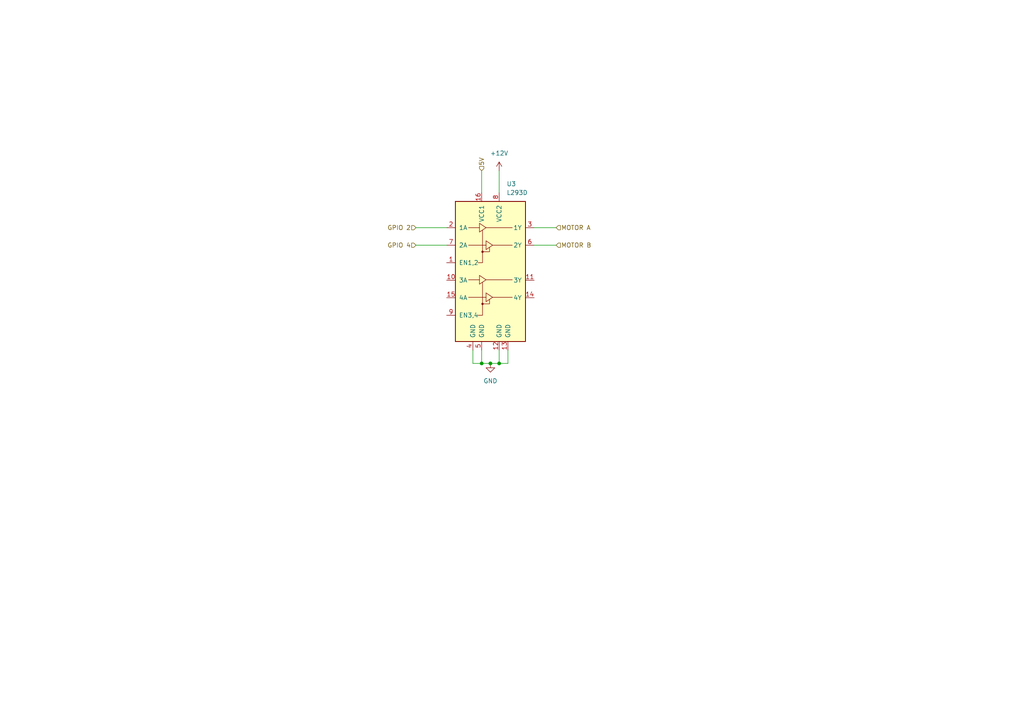
<source format=kicad_sch>
(kicad_sch
	(version 20250114)
	(generator "eeschema")
	(generator_version "9.0")
	(uuid "b8f376a2-8584-48dd-bcd5-72bf1719bb0e")
	(paper "A4")
	(lib_symbols
		(symbol "Driver_Motor:L293D"
			(pin_names
				(offset 1.016)
			)
			(exclude_from_sim no)
			(in_bom yes)
			(on_board yes)
			(property "Reference" "U"
				(at -5.08 26.035 0)
				(effects
					(font
						(size 1.27 1.27)
					)
					(justify right)
				)
			)
			(property "Value" "L293D"
				(at -5.08 24.13 0)
				(effects
					(font
						(size 1.27 1.27)
					)
					(justify right)
				)
			)
			(property "Footprint" "Package_DIP:DIP-16_W7.62mm"
				(at 6.35 -19.05 0)
				(effects
					(font
						(size 1.27 1.27)
					)
					(justify left)
					(hide yes)
				)
			)
			(property "Datasheet" "http://www.ti.com/lit/ds/symlink/l293.pdf"
				(at -7.62 17.78 0)
				(effects
					(font
						(size 1.27 1.27)
					)
					(hide yes)
				)
			)
			(property "Description" "Quadruple Half-H Drivers"
				(at 0 0 0)
				(effects
					(font
						(size 1.27 1.27)
					)
					(hide yes)
				)
			)
			(property "ki_keywords" "Half-H Driver Motor"
				(at 0 0 0)
				(effects
					(font
						(size 1.27 1.27)
					)
					(hide yes)
				)
			)
			(property "ki_fp_filters" "DIP*W7.62mm*"
				(at 0 0 0)
				(effects
					(font
						(size 1.27 1.27)
					)
					(hide yes)
				)
			)
			(symbol "L293D_0_1"
				(rectangle
					(start -10.16 22.86)
					(end 10.16 -17.78)
					(stroke
						(width 0.254)
						(type default)
					)
					(fill
						(type background)
					)
				)
				(polyline
					(pts
						(xy -6.35 15.24) (xy -3.175 15.24)
					)
					(stroke
						(width 0)
						(type default)
					)
					(fill
						(type none)
					)
				)
				(polyline
					(pts
						(xy -6.35 10.16) (xy -1.27 10.16)
					)
					(stroke
						(width 0)
						(type default)
					)
					(fill
						(type none)
					)
				)
				(polyline
					(pts
						(xy -6.35 0.127) (xy -3.175 0.127)
					)
					(stroke
						(width 0)
						(type default)
					)
					(fill
						(type none)
					)
				)
				(polyline
					(pts
						(xy -6.35 -4.953) (xy -1.27 -4.953)
					)
					(stroke
						(width 0)
						(type default)
					)
					(fill
						(type none)
					)
				)
				(polyline
					(pts
						(xy -3.175 16.51) (xy -3.175 13.97) (xy -1.27 15.24) (xy -3.175 16.51)
					)
					(stroke
						(width 0)
						(type default)
					)
					(fill
						(type none)
					)
				)
				(polyline
					(pts
						(xy -3.175 1.397) (xy -3.175 -1.143) (xy -1.27 0.127) (xy -3.175 1.397)
					)
					(stroke
						(width 0)
						(type default)
					)
					(fill
						(type none)
					)
				)
				(polyline
					(pts
						(xy -2.286 14.478) (xy -2.286 5.08) (xy -3.556 5.08)
					)
					(stroke
						(width 0)
						(type default)
					)
					(fill
						(type none)
					)
				)
				(circle
					(center -2.286 8.255)
					(radius 0.254)
					(stroke
						(width 0)
						(type default)
					)
					(fill
						(type outline)
					)
				)
				(polyline
					(pts
						(xy -2.286 8.255) (xy -0.254 8.255) (xy -0.254 9.525)
					)
					(stroke
						(width 0)
						(type default)
					)
					(fill
						(type none)
					)
				)
				(polyline
					(pts
						(xy -2.286 -0.635) (xy -2.286 -10.16) (xy -3.556 -10.16)
					)
					(stroke
						(width 0)
						(type default)
					)
					(fill
						(type none)
					)
				)
				(circle
					(center -2.286 -6.858)
					(radius 0.254)
					(stroke
						(width 0)
						(type default)
					)
					(fill
						(type outline)
					)
				)
				(polyline
					(pts
						(xy -2.286 -6.858) (xy -0.254 -6.858) (xy -0.254 -5.588)
					)
					(stroke
						(width 0)
						(type default)
					)
					(fill
						(type none)
					)
				)
				(polyline
					(pts
						(xy -1.27 15.24) (xy 6.35 15.24)
					)
					(stroke
						(width 0)
						(type default)
					)
					(fill
						(type none)
					)
				)
				(polyline
					(pts
						(xy -1.27 11.43) (xy -1.27 8.89) (xy 0.635 10.16) (xy -1.27 11.43)
					)
					(stroke
						(width 0)
						(type default)
					)
					(fill
						(type none)
					)
				)
				(polyline
					(pts
						(xy -1.27 0.127) (xy 6.35 0.127)
					)
					(stroke
						(width 0)
						(type default)
					)
					(fill
						(type none)
					)
				)
				(polyline
					(pts
						(xy -1.27 -3.683) (xy -1.27 -6.223) (xy 0.635 -4.953) (xy -1.27 -3.683)
					)
					(stroke
						(width 0)
						(type default)
					)
					(fill
						(type none)
					)
				)
				(polyline
					(pts
						(xy 0.635 10.16) (xy 6.35 10.16)
					)
					(stroke
						(width 0)
						(type default)
					)
					(fill
						(type none)
					)
				)
				(polyline
					(pts
						(xy 0.635 -4.953) (xy 6.35 -4.953)
					)
					(stroke
						(width 0)
						(type default)
					)
					(fill
						(type none)
					)
				)
			)
			(symbol "L293D_1_1"
				(pin input line
					(at -12.7 15.24 0)
					(length 2.54)
					(name "1A"
						(effects
							(font
								(size 1.27 1.27)
							)
						)
					)
					(number "2"
						(effects
							(font
								(size 1.27 1.27)
							)
						)
					)
				)
				(pin input line
					(at -12.7 10.16 0)
					(length 2.54)
					(name "2A"
						(effects
							(font
								(size 1.27 1.27)
							)
						)
					)
					(number "7"
						(effects
							(font
								(size 1.27 1.27)
							)
						)
					)
				)
				(pin input line
					(at -12.7 5.08 0)
					(length 2.54)
					(name "EN1,2"
						(effects
							(font
								(size 1.27 1.27)
							)
						)
					)
					(number "1"
						(effects
							(font
								(size 1.27 1.27)
							)
						)
					)
				)
				(pin input line
					(at -12.7 0 0)
					(length 2.54)
					(name "3A"
						(effects
							(font
								(size 1.27 1.27)
							)
						)
					)
					(number "10"
						(effects
							(font
								(size 1.27 1.27)
							)
						)
					)
				)
				(pin input line
					(at -12.7 -5.08 0)
					(length 2.54)
					(name "4A"
						(effects
							(font
								(size 1.27 1.27)
							)
						)
					)
					(number "15"
						(effects
							(font
								(size 1.27 1.27)
							)
						)
					)
				)
				(pin input line
					(at -12.7 -10.16 0)
					(length 2.54)
					(name "EN3,4"
						(effects
							(font
								(size 1.27 1.27)
							)
						)
					)
					(number "9"
						(effects
							(font
								(size 1.27 1.27)
							)
						)
					)
				)
				(pin power_in line
					(at -5.08 -20.32 90)
					(length 2.54)
					(name "GND"
						(effects
							(font
								(size 1.27 1.27)
							)
						)
					)
					(number "4"
						(effects
							(font
								(size 1.27 1.27)
							)
						)
					)
				)
				(pin power_in line
					(at -2.54 25.4 270)
					(length 2.54)
					(name "VCC1"
						(effects
							(font
								(size 1.27 1.27)
							)
						)
					)
					(number "16"
						(effects
							(font
								(size 1.27 1.27)
							)
						)
					)
				)
				(pin power_in line
					(at -2.54 -20.32 90)
					(length 2.54)
					(name "GND"
						(effects
							(font
								(size 1.27 1.27)
							)
						)
					)
					(number "5"
						(effects
							(font
								(size 1.27 1.27)
							)
						)
					)
				)
				(pin power_in line
					(at 2.54 25.4 270)
					(length 2.54)
					(name "VCC2"
						(effects
							(font
								(size 1.27 1.27)
							)
						)
					)
					(number "8"
						(effects
							(font
								(size 1.27 1.27)
							)
						)
					)
				)
				(pin power_in line
					(at 2.54 -20.32 90)
					(length 2.54)
					(name "GND"
						(effects
							(font
								(size 1.27 1.27)
							)
						)
					)
					(number "12"
						(effects
							(font
								(size 1.27 1.27)
							)
						)
					)
				)
				(pin power_in line
					(at 5.08 -20.32 90)
					(length 2.54)
					(name "GND"
						(effects
							(font
								(size 1.27 1.27)
							)
						)
					)
					(number "13"
						(effects
							(font
								(size 1.27 1.27)
							)
						)
					)
				)
				(pin output line
					(at 12.7 15.24 180)
					(length 2.54)
					(name "1Y"
						(effects
							(font
								(size 1.27 1.27)
							)
						)
					)
					(number "3"
						(effects
							(font
								(size 1.27 1.27)
							)
						)
					)
				)
				(pin output line
					(at 12.7 10.16 180)
					(length 2.54)
					(name "2Y"
						(effects
							(font
								(size 1.27 1.27)
							)
						)
					)
					(number "6"
						(effects
							(font
								(size 1.27 1.27)
							)
						)
					)
				)
				(pin output line
					(at 12.7 0 180)
					(length 2.54)
					(name "3Y"
						(effects
							(font
								(size 1.27 1.27)
							)
						)
					)
					(number "11"
						(effects
							(font
								(size 1.27 1.27)
							)
						)
					)
				)
				(pin output line
					(at 12.7 -5.08 180)
					(length 2.54)
					(name "4Y"
						(effects
							(font
								(size 1.27 1.27)
							)
						)
					)
					(number "14"
						(effects
							(font
								(size 1.27 1.27)
							)
						)
					)
				)
			)
			(embedded_fonts no)
		)
		(symbol "power:+12V"
			(power)
			(pin_numbers
				(hide yes)
			)
			(pin_names
				(offset 0)
				(hide yes)
			)
			(exclude_from_sim no)
			(in_bom yes)
			(on_board yes)
			(property "Reference" "#PWR"
				(at 0 -3.81 0)
				(effects
					(font
						(size 1.27 1.27)
					)
					(hide yes)
				)
			)
			(property "Value" "+12V"
				(at 0 3.556 0)
				(effects
					(font
						(size 1.27 1.27)
					)
				)
			)
			(property "Footprint" ""
				(at 0 0 0)
				(effects
					(font
						(size 1.27 1.27)
					)
					(hide yes)
				)
			)
			(property "Datasheet" ""
				(at 0 0 0)
				(effects
					(font
						(size 1.27 1.27)
					)
					(hide yes)
				)
			)
			(property "Description" "Power symbol creates a global label with name \"+12V\""
				(at 0 0 0)
				(effects
					(font
						(size 1.27 1.27)
					)
					(hide yes)
				)
			)
			(property "ki_keywords" "global power"
				(at 0 0 0)
				(effects
					(font
						(size 1.27 1.27)
					)
					(hide yes)
				)
			)
			(symbol "+12V_0_1"
				(polyline
					(pts
						(xy -0.762 1.27) (xy 0 2.54)
					)
					(stroke
						(width 0)
						(type default)
					)
					(fill
						(type none)
					)
				)
				(polyline
					(pts
						(xy 0 2.54) (xy 0.762 1.27)
					)
					(stroke
						(width 0)
						(type default)
					)
					(fill
						(type none)
					)
				)
				(polyline
					(pts
						(xy 0 0) (xy 0 2.54)
					)
					(stroke
						(width 0)
						(type default)
					)
					(fill
						(type none)
					)
				)
			)
			(symbol "+12V_1_1"
				(pin power_in line
					(at 0 0 90)
					(length 0)
					(name "~"
						(effects
							(font
								(size 1.27 1.27)
							)
						)
					)
					(number "1"
						(effects
							(font
								(size 1.27 1.27)
							)
						)
					)
				)
			)
			(embedded_fonts no)
		)
		(symbol "power:GND"
			(power)
			(pin_numbers
				(hide yes)
			)
			(pin_names
				(offset 0)
				(hide yes)
			)
			(exclude_from_sim no)
			(in_bom yes)
			(on_board yes)
			(property "Reference" "#PWR"
				(at 0 -6.35 0)
				(effects
					(font
						(size 1.27 1.27)
					)
					(hide yes)
				)
			)
			(property "Value" "GND"
				(at 0 -3.81 0)
				(effects
					(font
						(size 1.27 1.27)
					)
				)
			)
			(property "Footprint" ""
				(at 0 0 0)
				(effects
					(font
						(size 1.27 1.27)
					)
					(hide yes)
				)
			)
			(property "Datasheet" ""
				(at 0 0 0)
				(effects
					(font
						(size 1.27 1.27)
					)
					(hide yes)
				)
			)
			(property "Description" "Power symbol creates a global label with name \"GND\" , ground"
				(at 0 0 0)
				(effects
					(font
						(size 1.27 1.27)
					)
					(hide yes)
				)
			)
			(property "ki_keywords" "global power"
				(at 0 0 0)
				(effects
					(font
						(size 1.27 1.27)
					)
					(hide yes)
				)
			)
			(symbol "GND_0_1"
				(polyline
					(pts
						(xy 0 0) (xy 0 -1.27) (xy 1.27 -1.27) (xy 0 -2.54) (xy -1.27 -1.27) (xy 0 -1.27)
					)
					(stroke
						(width 0)
						(type default)
					)
					(fill
						(type none)
					)
				)
			)
			(symbol "GND_1_1"
				(pin power_in line
					(at 0 0 270)
					(length 0)
					(name "~"
						(effects
							(font
								(size 1.27 1.27)
							)
						)
					)
					(number "1"
						(effects
							(font
								(size 1.27 1.27)
							)
						)
					)
				)
			)
			(embedded_fonts no)
		)
	)
	(junction
		(at 139.7 105.41)
		(diameter 0)
		(color 0 0 0 0)
		(uuid "0bc3d5a6-ff90-46ff-b3e8-c7c0154ad341")
	)
	(junction
		(at 142.24 105.41)
		(diameter 0)
		(color 0 0 0 0)
		(uuid "c8de154c-34de-43e1-9654-2b8bc07d59b8")
	)
	(junction
		(at 144.78 105.41)
		(diameter 0)
		(color 0 0 0 0)
		(uuid "dceaf7f8-ffbd-4ffc-86e7-7276b999f427")
	)
	(wire
		(pts
			(xy 144.78 101.6) (xy 144.78 105.41)
		)
		(stroke
			(width 0)
			(type default)
		)
		(uuid "1804f4a5-e69d-41ef-bd5c-a7307d124322")
	)
	(wire
		(pts
			(xy 137.16 105.41) (xy 139.7 105.41)
		)
		(stroke
			(width 0)
			(type default)
		)
		(uuid "19a754dd-17c8-48c4-82cc-32260b1aa72f")
	)
	(wire
		(pts
			(xy 139.7 49.53) (xy 139.7 55.88)
		)
		(stroke
			(width 0)
			(type default)
		)
		(uuid "430afe61-0b5c-41f6-9756-aac59462d67d")
	)
	(wire
		(pts
			(xy 139.7 105.41) (xy 142.24 105.41)
		)
		(stroke
			(width 0)
			(type default)
		)
		(uuid "4ae799dd-3fdc-427c-beaf-da3649268a1d")
	)
	(wire
		(pts
			(xy 154.94 66.04) (xy 161.29 66.04)
		)
		(stroke
			(width 0)
			(type default)
		)
		(uuid "575fdcc7-b949-4c83-abe3-ad3629644a9c")
	)
	(wire
		(pts
			(xy 142.24 105.41) (xy 144.78 105.41)
		)
		(stroke
			(width 0)
			(type default)
		)
		(uuid "62ebb871-4fb7-4ff5-9492-e13a223caf34")
	)
	(wire
		(pts
			(xy 137.16 101.6) (xy 137.16 105.41)
		)
		(stroke
			(width 0)
			(type default)
		)
		(uuid "85bb1112-0c05-409c-954a-3e5a4d71d9d0")
	)
	(wire
		(pts
			(xy 120.65 71.12) (xy 129.54 71.12)
		)
		(stroke
			(width 0)
			(type default)
		)
		(uuid "a3755b0f-eb72-4d96-9913-626625c88057")
	)
	(wire
		(pts
			(xy 144.78 49.53) (xy 144.78 55.88)
		)
		(stroke
			(width 0)
			(type default)
		)
		(uuid "aa024e43-b1d0-4210-9291-6a8245ed374f")
	)
	(wire
		(pts
			(xy 154.94 71.12) (xy 161.29 71.12)
		)
		(stroke
			(width 0)
			(type default)
		)
		(uuid "ac16eddf-6fca-4081-802c-c9bf0846cf3e")
	)
	(wire
		(pts
			(xy 144.78 105.41) (xy 147.32 105.41)
		)
		(stroke
			(width 0)
			(type default)
		)
		(uuid "c0674467-8f7a-4e94-bb70-577ae22ac690")
	)
	(wire
		(pts
			(xy 120.65 66.04) (xy 129.54 66.04)
		)
		(stroke
			(width 0)
			(type default)
		)
		(uuid "ce775334-20fc-4cba-97b5-05214095dc98")
	)
	(wire
		(pts
			(xy 139.7 101.6) (xy 139.7 105.41)
		)
		(stroke
			(width 0)
			(type default)
		)
		(uuid "e401c971-dd1d-443d-b1ba-e386a73de52c")
	)
	(wire
		(pts
			(xy 147.32 101.6) (xy 147.32 105.41)
		)
		(stroke
			(width 0)
			(type default)
		)
		(uuid "ef1e035b-47b8-4c5d-b1af-9f38aa4abba5")
	)
	(hierarchical_label "MOTOR A"
		(shape input)
		(at 161.29 66.04 0)
		(effects
			(font
				(size 1.27 1.27)
			)
			(justify left)
		)
		(uuid "438861e6-d4d0-47d5-a78c-ee9198d93900")
	)
	(hierarchical_label "5V"
		(shape input)
		(at 139.7 49.53 90)
		(effects
			(font
				(size 1.27 1.27)
			)
			(justify left)
		)
		(uuid "7a5ff51f-539a-4e65-bc27-ebe458b6bc86")
	)
	(hierarchical_label "MOTOR B"
		(shape input)
		(at 161.29 71.12 0)
		(effects
			(font
				(size 1.27 1.27)
			)
			(justify left)
		)
		(uuid "8ba32885-5480-4412-b13d-db58c87e2aa3")
	)
	(hierarchical_label "GPIO 4"
		(shape input)
		(at 120.65 71.12 180)
		(effects
			(font
				(size 1.27 1.27)
			)
			(justify right)
		)
		(uuid "a2260ad8-59aa-4082-bbba-45fbbbafb782")
	)
	(hierarchical_label "GPIO 2"
		(shape input)
		(at 120.65 66.04 180)
		(effects
			(font
				(size 1.27 1.27)
			)
			(justify right)
		)
		(uuid "a7ab79c8-ab6c-4d61-b6ce-f62c8fae9532")
	)
	(symbol
		(lib_id "Driver_Motor:L293D")
		(at 142.24 81.28 0)
		(unit 1)
		(exclude_from_sim no)
		(in_bom yes)
		(on_board yes)
		(dnp no)
		(fields_autoplaced yes)
		(uuid "08b2058b-dc01-4218-b486-5f8384e45775")
		(property "Reference" "U3"
			(at 146.9233 53.34 0)
			(effects
				(font
					(size 1.27 1.27)
				)
				(justify left)
			)
		)
		(property "Value" "L293D"
			(at 146.9233 55.88 0)
			(effects
				(font
					(size 1.27 1.27)
				)
				(justify left)
			)
		)
		(property "Footprint" "Package_DIP:DIP-16_W7.62mm"
			(at 148.59 100.33 0)
			(effects
				(font
					(size 1.27 1.27)
				)
				(justify left)
				(hide yes)
			)
		)
		(property "Datasheet" "http://www.ti.com/lit/ds/symlink/l293.pdf"
			(at 134.62 63.5 0)
			(effects
				(font
					(size 1.27 1.27)
				)
				(hide yes)
			)
		)
		(property "Description" "Quadruple Half-H Drivers"
			(at 142.24 81.28 0)
			(effects
				(font
					(size 1.27 1.27)
				)
				(hide yes)
			)
		)
		(pin "16"
			(uuid "25549fc1-bddf-4a34-8305-28ebeae6d3a7")
		)
		(pin "12"
			(uuid "6c9c8d82-5472-40a7-8d10-9e2eb4fd5baf")
		)
		(pin "7"
			(uuid "e8940712-5c14-4285-ae34-ac62a55c0da3")
		)
		(pin "9"
			(uuid "a2c47d52-8d10-4df6-9fed-d544283e74a6")
		)
		(pin "4"
			(uuid "35664743-2ef8-456c-b063-be2363fed577")
		)
		(pin "15"
			(uuid "e6588ded-6fe9-45ce-bc6f-cc6854dd3ee2")
		)
		(pin "5"
			(uuid "9ddc841d-a334-4229-92d0-0d31eacccbb3")
		)
		(pin "2"
			(uuid "4169ba69-c064-48a8-9492-2633c14dfd02")
		)
		(pin "10"
			(uuid "efc02724-94e2-439f-89ea-41cc2ed9e95a")
		)
		(pin "1"
			(uuid "0d7dd01a-5dd6-4291-a99a-b7c590e1bbe8")
		)
		(pin "8"
			(uuid "39f2fa55-304d-4e12-9389-0b2b10b4627d")
		)
		(pin "3"
			(uuid "16bd2b54-12de-417a-ae8a-d9b9c3c1697d")
		)
		(pin "14"
			(uuid "75c294e9-6bf4-4335-bd01-b3cbb239483e")
		)
		(pin "13"
			(uuid "511e959c-aef4-4147-b102-c1cfde7be567")
		)
		(pin "11"
			(uuid "18dc45ef-316f-4d37-87c6-4978117d9534")
		)
		(pin "6"
			(uuid "310e819f-8bab-452d-8f9f-eb65069536d1")
		)
		(instances
			(project "Mano"
				(path "/6a2a9fca-79fe-498d-bfd5-926b250faf65/280e6bf0-7e20-4f19-86d2-dbb487803ee9/a7b96772-7640-474b-9e2c-fe7c0b573420"
					(reference "U3")
					(unit 1)
				)
			)
		)
	)
	(symbol
		(lib_id "power:+12V")
		(at 144.78 49.53 0)
		(unit 1)
		(exclude_from_sim no)
		(in_bom yes)
		(on_board yes)
		(dnp no)
		(fields_autoplaced yes)
		(uuid "193eccd4-b4f6-4983-ab02-c6c1535b38f6")
		(property "Reference" "#PWR013"
			(at 144.78 53.34 0)
			(effects
				(font
					(size 1.27 1.27)
				)
				(hide yes)
			)
		)
		(property "Value" "+12V"
			(at 144.78 44.45 0)
			(effects
				(font
					(size 1.27 1.27)
				)
			)
		)
		(property "Footprint" ""
			(at 144.78 49.53 0)
			(effects
				(font
					(size 1.27 1.27)
				)
				(hide yes)
			)
		)
		(property "Datasheet" ""
			(at 144.78 49.53 0)
			(effects
				(font
					(size 1.27 1.27)
				)
				(hide yes)
			)
		)
		(property "Description" "Power symbol creates a global label with name \"+12V\""
			(at 144.78 49.53 0)
			(effects
				(font
					(size 1.27 1.27)
				)
				(hide yes)
			)
		)
		(pin "1"
			(uuid "6c46562f-61f9-41e4-9757-ae91ee3c5a3e")
		)
		(instances
			(project "Mano"
				(path "/6a2a9fca-79fe-498d-bfd5-926b250faf65/280e6bf0-7e20-4f19-86d2-dbb487803ee9/a7b96772-7640-474b-9e2c-fe7c0b573420"
					(reference "#PWR013")
					(unit 1)
				)
			)
		)
	)
	(symbol
		(lib_id "power:GND")
		(at 142.24 105.41 0)
		(unit 1)
		(exclude_from_sim no)
		(in_bom yes)
		(on_board yes)
		(dnp no)
		(fields_autoplaced yes)
		(uuid "5635d4ba-0ad6-4c84-9fd3-26899d7c218e")
		(property "Reference" "#PWR012"
			(at 142.24 111.76 0)
			(effects
				(font
					(size 1.27 1.27)
				)
				(hide yes)
			)
		)
		(property "Value" "GND"
			(at 142.24 110.49 0)
			(effects
				(font
					(size 1.27 1.27)
				)
			)
		)
		(property "Footprint" ""
			(at 142.24 105.41 0)
			(effects
				(font
					(size 1.27 1.27)
				)
				(hide yes)
			)
		)
		(property "Datasheet" ""
			(at 142.24 105.41 0)
			(effects
				(font
					(size 1.27 1.27)
				)
				(hide yes)
			)
		)
		(property "Description" "Power symbol creates a global label with name \"GND\" , ground"
			(at 142.24 105.41 0)
			(effects
				(font
					(size 1.27 1.27)
				)
				(hide yes)
			)
		)
		(pin "1"
			(uuid "1e5fa968-bb40-4459-996e-a5a2e2ad999a")
		)
		(instances
			(project "Mano"
				(path "/6a2a9fca-79fe-498d-bfd5-926b250faf65/280e6bf0-7e20-4f19-86d2-dbb487803ee9/a7b96772-7640-474b-9e2c-fe7c0b573420"
					(reference "#PWR012")
					(unit 1)
				)
			)
		)
	)
)

</source>
